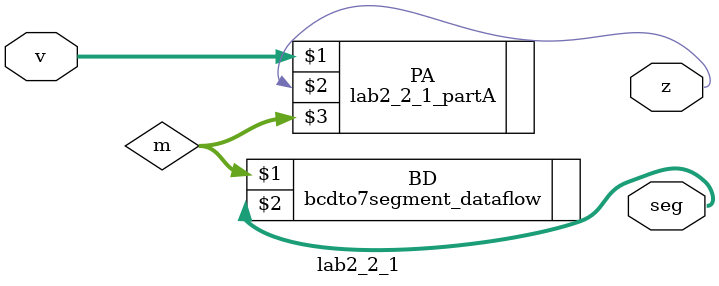
<source format=v>
`timescale 1ns / 1ps


module lab2_2_1(
    input [3:0] v,
    output z,
    output [6:0] seg
    );
    wire [3:0] m;
    lab2_2_1_partA PA(v, z, m);
    bcdto7segment_dataflow BD(m, seg);
endmodule

</source>
